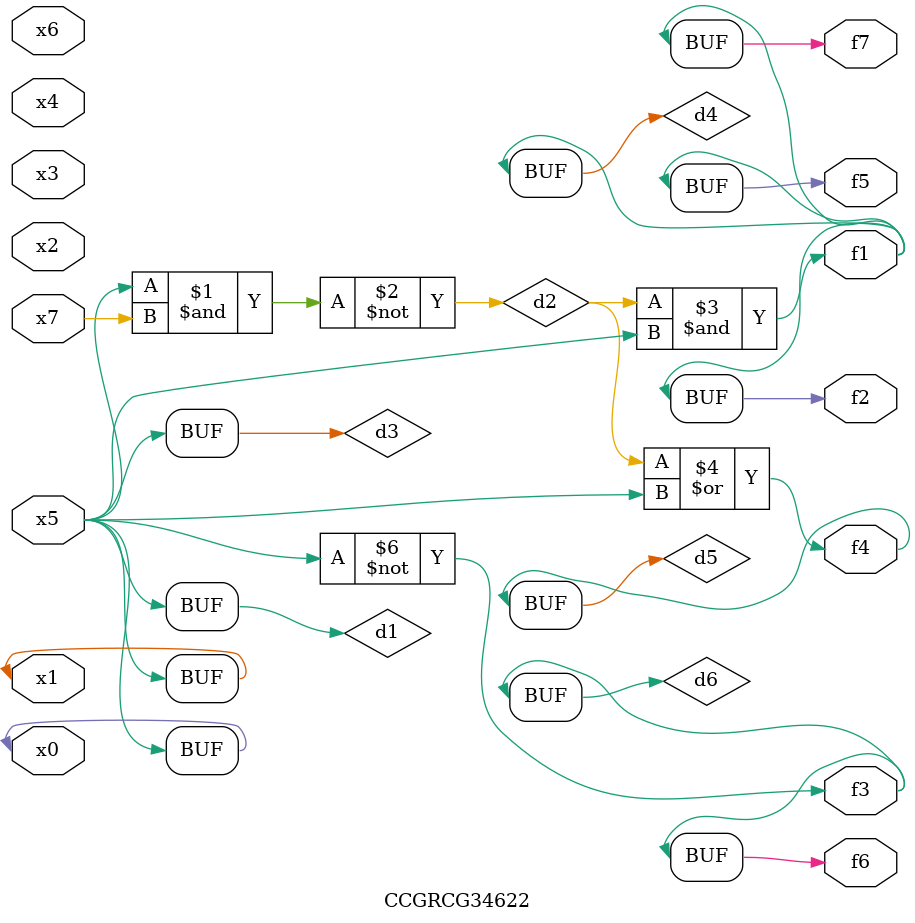
<source format=v>
module CCGRCG34622(
	input x0, x1, x2, x3, x4, x5, x6, x7,
	output f1, f2, f3, f4, f5, f6, f7
);

	wire d1, d2, d3, d4, d5, d6;

	buf (d1, x0, x5);
	nand (d2, x5, x7);
	buf (d3, x0, x1);
	and (d4, d2, d3);
	or (d5, d2, d3);
	nor (d6, d1, d3);
	assign f1 = d4;
	assign f2 = d4;
	assign f3 = d6;
	assign f4 = d5;
	assign f5 = d4;
	assign f6 = d6;
	assign f7 = d4;
endmodule

</source>
